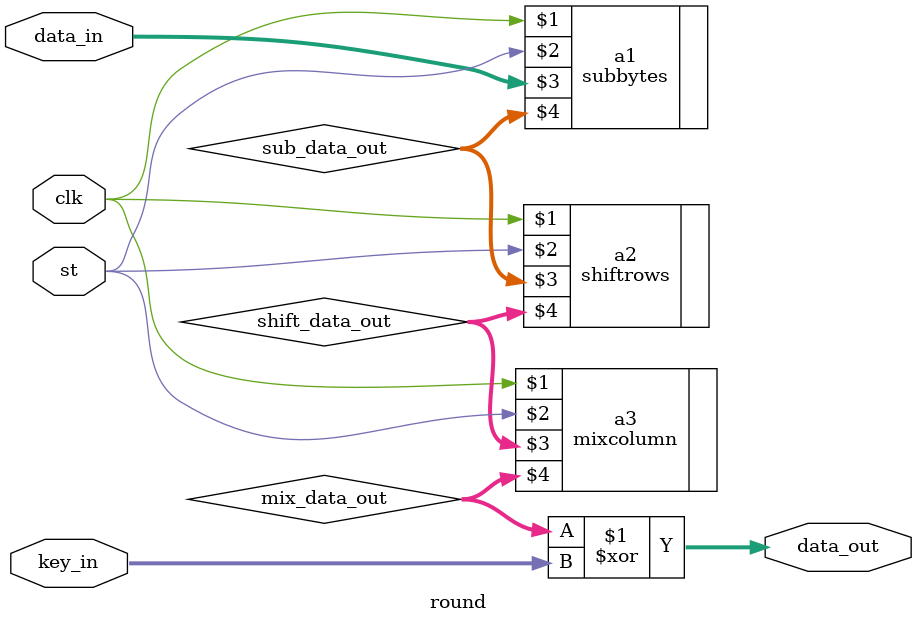
<source format=sv>
`timescale 1ns / 10ps

module round(clk,st,data_in,key_in,data_out);
input clk;
input st;
input [127:0]data_in,key_in;
output [127:0] data_out;

wire [127:0]sub_data_out,shift_data_out,mix_data_out; 

subbytes a1(clk,st,data_in,sub_data_out);
shiftrows a2(clk,st,sub_data_out,shift_data_out);
mixcolumn a3(clk,st,shift_data_out,mix_data_out);
assign data_out=mix_data_out^key_in;
endmodule




</source>
